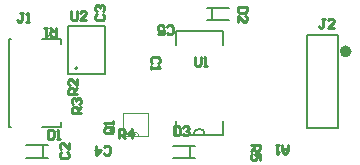
<source format=gto>
G04*
G04 #@! TF.GenerationSoftware,Altium Limited,Altium Designer,20.2.4 (192)*
G04*
G04 Layer_Color=65535*
%FSLAX25Y25*%
%MOIN*%
G70*
G04*
G04 #@! TF.SameCoordinates,5D221C76-13CA-4EE4-81E9-8EB1FD8A002E*
G04*
G04*
G04 #@! TF.FilePolarity,Positive*
G04*
G01*
G75*
%ADD10C,0.00500*%
%ADD11C,0.00200*%
%ADD12C,0.02000*%
%ADD13C,0.00787*%
%ADD14C,0.00800*%
%ADD15C,0.00600*%
%ADD16C,0.01000*%
D10*
X659449Y142835D02*
G03*
X655709Y142835I-1870J0D01*
G01*
X649744Y172795D02*
Y177244D01*
X665413D01*
Y172795D02*
Y177244D01*
X649744Y142835D02*
Y147283D01*
Y142835D02*
X665413D01*
Y147283D01*
X611417Y172992D02*
Y174764D01*
Y145236D02*
Y147008D01*
X605118Y145236D02*
X611417D01*
X605118Y174764D02*
X611417D01*
X594291D02*
X594882D01*
X594291Y145236D02*
X594882D01*
X594291D02*
Y174764D01*
D11*
X637500Y142300D02*
G03*
X635138Y142300I-1181J0D01*
G01*
X632300D02*
X640500D01*
X632300D02*
Y150100D01*
X640500Y142300D02*
Y150100D01*
X632300D02*
X640500D01*
D12*
X707400Y170528D02*
G03*
X707400Y170528I-1000J0D01*
G01*
D13*
X616988Y164921D02*
G03*
X616988Y164921I-394J0D01*
G01*
X613898Y163000D02*
X626102D01*
X613898Y179000D02*
X626102D01*
X613898Y163000D02*
Y179000D01*
X626102Y163000D02*
Y179000D01*
D14*
X654476Y139153D02*
X656051D01*
X654476Y135019D02*
Y139153D01*
X648965D02*
X654476D01*
X648965Y135019D02*
X654476D01*
X656051D01*
X660285Y185067D02*
X661860D01*
X667371D01*
X661860Y180933D02*
X667371D01*
X661860D02*
Y185067D01*
X660285Y180933D02*
X661860D01*
X605474Y135039D02*
X607049D01*
X599963D02*
X605474D01*
X599963Y139173D02*
X605474D01*
Y135039D02*
Y139173D01*
X607049D01*
D15*
X703900Y144937D02*
Y176028D01*
X693500D02*
X703900D01*
X693500Y144937D02*
Y176028D01*
Y144937D02*
X703900D01*
D16*
X649100Y145599D02*
Y142600D01*
X650599D01*
X651099Y143100D01*
Y145099D01*
X650599Y145599D01*
X649100D01*
X652099Y145099D02*
X652599Y145599D01*
X653598D01*
X654098Y145099D01*
Y144599D01*
X653598Y144099D01*
X653099D01*
X653598D01*
X654098Y143600D01*
Y143100D01*
X653598Y142600D01*
X652599D01*
X652099Y143100D01*
X674700Y139486D02*
X677699D01*
Y137987D01*
X677199Y137487D01*
X676199D01*
X675700Y137987D01*
Y139486D01*
Y138487D02*
X674700Y137487D01*
X677699Y134488D02*
Y136487D01*
X676199D01*
X676699Y135488D01*
Y134988D01*
X676199Y134488D01*
X675200D01*
X674700Y134988D01*
Y135987D01*
X675200Y136487D01*
X630760Y141647D02*
Y144646D01*
X632260D01*
X632759Y144146D01*
Y143146D01*
X632260Y142646D01*
X630760D01*
X631760D02*
X632759Y141647D01*
X635259D02*
Y144646D01*
X633759Y143146D01*
X635758D01*
X656150Y168684D02*
Y166185D01*
X656650Y165685D01*
X657650D01*
X658149Y166185D01*
Y168684D01*
X659149Y165685D02*
X660149D01*
X659649D01*
Y168684D01*
X659149Y168184D01*
X618036Y149959D02*
X615037D01*
Y151459D01*
X615537Y151958D01*
X616536D01*
X617036Y151459D01*
Y149959D01*
Y150959D02*
X618036Y151958D01*
X615537Y152958D02*
X615037Y153458D01*
Y154458D01*
X615537Y154957D01*
X616037D01*
X616536Y154458D01*
Y153958D01*
Y154458D01*
X617036Y154957D01*
X617536D01*
X618036Y154458D01*
Y153458D01*
X617536Y152958D01*
X617000Y156200D02*
X614001D01*
Y157700D01*
X614501Y158199D01*
X615500D01*
X616000Y157700D01*
Y156200D01*
Y157200D02*
X617000Y158199D01*
Y161198D02*
Y159199D01*
X615001Y161198D01*
X614501D01*
X614001Y160699D01*
Y159699D01*
X614501Y159199D01*
X628400Y145199D02*
X626401D01*
X625901Y144700D01*
Y143700D01*
X626401Y143200D01*
X628400D01*
X628900Y143700D01*
Y144700D01*
X627900Y144200D02*
X628900Y145199D01*
Y144700D02*
X628400Y145199D01*
X628900Y146199D02*
Y147199D01*
Y146699D01*
X625901D01*
X626401Y146199D01*
X611601Y136999D02*
X611101Y136500D01*
Y135500D01*
X611601Y135000D01*
X613600D01*
X614100Y135500D01*
Y136500D01*
X613600Y136999D01*
X614100Y139998D02*
Y137999D01*
X612101Y139998D01*
X611601D01*
X611101Y139499D01*
Y138499D01*
X611601Y137999D01*
X643935Y166602D02*
X644435Y167102D01*
Y168102D01*
X643935Y168601D01*
X641936D01*
X641436Y168102D01*
Y167102D01*
X641936Y166602D01*
X641436Y165602D02*
Y164603D01*
Y165103D01*
X644435D01*
X643935Y165602D01*
X607148Y144495D02*
Y141496D01*
X608647D01*
X609147Y141996D01*
Y143995D01*
X608647Y144495D01*
X607148D01*
X610147Y141496D02*
X611147D01*
X610647D01*
Y144495D01*
X610147Y143995D01*
X673373Y185433D02*
X670374D01*
Y183933D01*
X670874Y183434D01*
X672873D01*
X673373Y183933D01*
Y185433D01*
X670374Y180435D02*
Y182434D01*
X672373Y180435D01*
X672873D01*
X673373Y180935D01*
Y181934D01*
X672873Y182434D01*
X615000Y183999D02*
Y181500D01*
X615500Y181000D01*
X616500D01*
X616999Y181500D01*
Y183999D01*
X619998Y181000D02*
X617999D01*
X619998Y182999D01*
Y183499D01*
X619498Y183999D01*
X618499D01*
X617999Y183499D01*
X609995Y178504D02*
Y175505D01*
X608496D01*
X607996Y176005D01*
Y177004D01*
X608496Y177504D01*
X609995D01*
X608995D02*
X607996Y178504D01*
X606996D02*
X605996D01*
X606496D01*
Y175505D01*
X606996Y176005D01*
X699499Y181503D02*
X698500D01*
X699000D01*
Y179004D01*
X698500Y178504D01*
X698000D01*
X697500Y179004D01*
X702498Y178504D02*
X700499D01*
X702498Y180503D01*
Y181003D01*
X701999Y181503D01*
X700999D01*
X700499Y181003D01*
X598989Y183499D02*
X597989D01*
X598489D01*
Y181000D01*
X597989Y180500D01*
X597489D01*
X596989Y181000D01*
X599989Y180500D02*
X600988D01*
X600488D01*
Y183499D01*
X599989Y182999D01*
X646819Y176831D02*
X647319Y176332D01*
X648319D01*
X648819Y176831D01*
Y178831D01*
X648319Y179331D01*
X647319D01*
X646819Y178831D01*
X643820Y176332D02*
X645820D01*
Y177831D01*
X644820Y177331D01*
X644320D01*
X643820Y177831D01*
Y178831D01*
X644320Y179331D01*
X645320D01*
X645820Y178831D01*
X625817Y136529D02*
X626317Y136029D01*
X627316D01*
X627816Y136529D01*
Y138529D01*
X627316Y139028D01*
X626317D01*
X625817Y138529D01*
X623318Y139028D02*
Y136029D01*
X624817Y137529D01*
X622818D01*
X623501Y182999D02*
X623001Y182500D01*
Y181500D01*
X623501Y181000D01*
X625500D01*
X626000Y181500D01*
Y182500D01*
X625500Y182999D01*
X623501Y183999D02*
X623001Y184499D01*
Y185499D01*
X623501Y185998D01*
X624001D01*
X624501Y185499D01*
Y184999D01*
Y185499D01*
X625000Y185998D01*
X625500D01*
X626000Y185499D01*
Y184499D01*
X625500Y183999D01*
X687100Y139400D02*
Y137401D01*
X686100Y136401D01*
X685101Y137401D01*
Y139400D01*
Y137900D01*
X687100D01*
X684101Y139400D02*
X683101D01*
X683601D01*
Y136401D01*
X684101Y136901D01*
M02*

</source>
